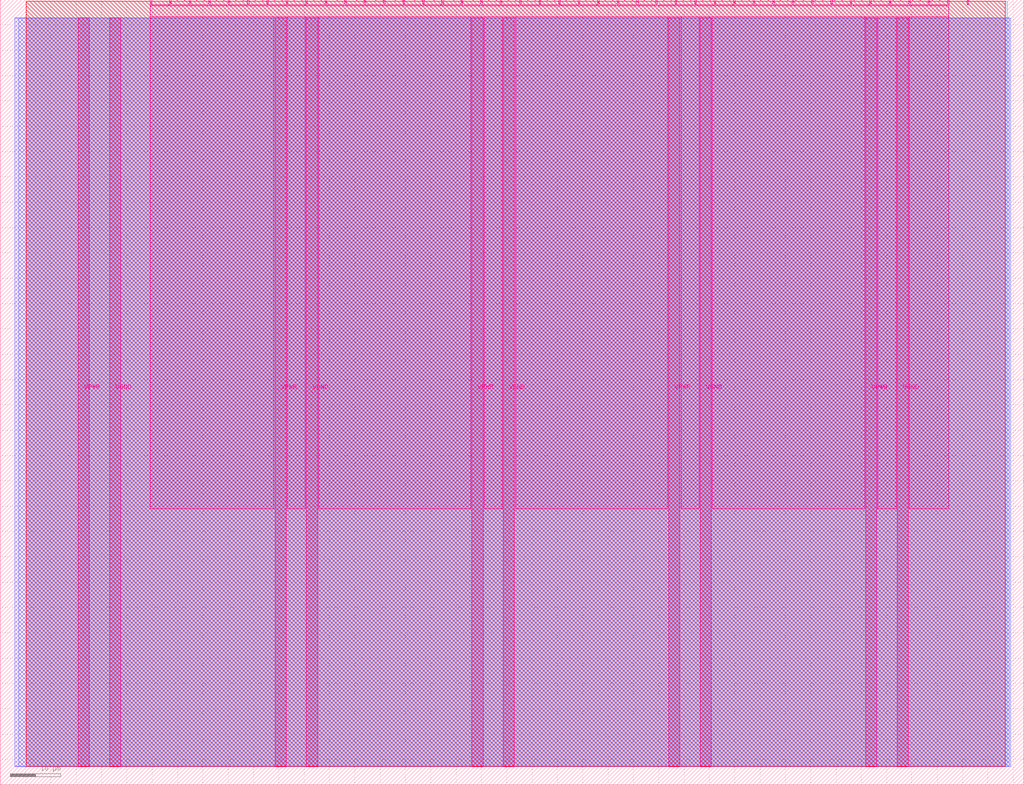
<source format=lef>
VERSION 5.7 ;
  NOWIREEXTENSIONATPIN ON ;
  DIVIDERCHAR "/" ;
  BUSBITCHARS "[]" ;
MACRO tt_um_cejmu
  CLASS BLOCK ;
  FOREIGN tt_um_cejmu ;
  ORIGIN 0.000 0.000 ;
  SIZE 202.080 BY 154.980 ;
  PIN VGND
    DIRECTION INOUT ;
    USE GROUND ;
    PORT
      LAYER Metal5 ;
        RECT 21.580 3.560 23.780 151.420 ;
    END
    PORT
      LAYER Metal5 ;
        RECT 60.450 3.560 62.650 151.420 ;
    END
    PORT
      LAYER Metal5 ;
        RECT 99.320 3.560 101.520 151.420 ;
    END
    PORT
      LAYER Metal5 ;
        RECT 138.190 3.560 140.390 151.420 ;
    END
    PORT
      LAYER Metal5 ;
        RECT 177.060 3.560 179.260 151.420 ;
    END
  END VGND
  PIN VPWR
    DIRECTION INOUT ;
    USE POWER ;
    PORT
      LAYER Metal5 ;
        RECT 15.380 3.560 17.580 151.420 ;
    END
    PORT
      LAYER Metal5 ;
        RECT 54.250 3.560 56.450 151.420 ;
    END
    PORT
      LAYER Metal5 ;
        RECT 93.120 3.560 95.320 151.420 ;
    END
    PORT
      LAYER Metal5 ;
        RECT 131.990 3.560 134.190 151.420 ;
    END
    PORT
      LAYER Metal5 ;
        RECT 170.860 3.560 173.060 151.420 ;
    END
  END VPWR
  PIN clk
    DIRECTION INPUT ;
    USE SIGNAL ;
    ANTENNAGATEAREA 0.213200 ;
    PORT
      LAYER Metal5 ;
        RECT 187.050 153.980 187.350 154.980 ;
    END
  END clk
  PIN ena
    DIRECTION INPUT ;
    USE SIGNAL ;
    PORT
      LAYER Metal5 ;
        RECT 190.890 153.980 191.190 154.980 ;
    END
  END ena
  PIN rst_n
    DIRECTION INPUT ;
    USE SIGNAL ;
    ANTENNAGATEAREA 0.180700 ;
    PORT
      LAYER Metal5 ;
        RECT 183.210 153.980 183.510 154.980 ;
    END
  END rst_n
  PIN ui_in[0]
    DIRECTION INPUT ;
    USE SIGNAL ;
    ANTENNAGATEAREA 0.213200 ;
    PORT
      LAYER Metal5 ;
        RECT 179.370 153.980 179.670 154.980 ;
    END
  END ui_in[0]
  PIN ui_in[1]
    DIRECTION INPUT ;
    USE SIGNAL ;
    ANTENNAGATEAREA 0.213200 ;
    PORT
      LAYER Metal5 ;
        RECT 175.530 153.980 175.830 154.980 ;
    END
  END ui_in[1]
  PIN ui_in[2]
    DIRECTION INPUT ;
    USE SIGNAL ;
    ANTENNAGATEAREA 0.180700 ;
    PORT
      LAYER Metal5 ;
        RECT 171.690 153.980 171.990 154.980 ;
    END
  END ui_in[2]
  PIN ui_in[3]
    DIRECTION INPUT ;
    USE SIGNAL ;
    ANTENNAGATEAREA 0.180700 ;
    PORT
      LAYER Metal5 ;
        RECT 167.850 153.980 168.150 154.980 ;
    END
  END ui_in[3]
  PIN ui_in[4]
    DIRECTION INPUT ;
    USE SIGNAL ;
    ANTENNAGATEAREA 0.180700 ;
    PORT
      LAYER Metal5 ;
        RECT 164.010 153.980 164.310 154.980 ;
    END
  END ui_in[4]
  PIN ui_in[5]
    DIRECTION INPUT ;
    USE SIGNAL ;
    ANTENNAGATEAREA 0.180700 ;
    PORT
      LAYER Metal5 ;
        RECT 160.170 153.980 160.470 154.980 ;
    END
  END ui_in[5]
  PIN ui_in[6]
    DIRECTION INPUT ;
    USE SIGNAL ;
    ANTENNAGATEAREA 0.213200 ;
    PORT
      LAYER Metal5 ;
        RECT 156.330 153.980 156.630 154.980 ;
    END
  END ui_in[6]
  PIN ui_in[7]
    DIRECTION INPUT ;
    USE SIGNAL ;
    ANTENNAGATEAREA 0.180700 ;
    PORT
      LAYER Metal5 ;
        RECT 152.490 153.980 152.790 154.980 ;
    END
  END ui_in[7]
  PIN uio_in[0]
    DIRECTION INPUT ;
    USE SIGNAL ;
    ANTENNAGATEAREA 0.180700 ;
    PORT
      LAYER Metal5 ;
        RECT 148.650 153.980 148.950 154.980 ;
    END
  END uio_in[0]
  PIN uio_in[1]
    DIRECTION INPUT ;
    USE SIGNAL ;
    ANTENNAGATEAREA 0.180700 ;
    PORT
      LAYER Metal5 ;
        RECT 144.810 153.980 145.110 154.980 ;
    END
  END uio_in[1]
  PIN uio_in[2]
    DIRECTION INPUT ;
    USE SIGNAL ;
    ANTENNAGATEAREA 0.213200 ;
    PORT
      LAYER Metal5 ;
        RECT 140.970 153.980 141.270 154.980 ;
    END
  END uio_in[2]
  PIN uio_in[3]
    DIRECTION INPUT ;
    USE SIGNAL ;
    ANTENNAGATEAREA 0.213200 ;
    PORT
      LAYER Metal5 ;
        RECT 137.130 153.980 137.430 154.980 ;
    END
  END uio_in[3]
  PIN uio_in[4]
    DIRECTION INPUT ;
    USE SIGNAL ;
    PORT
      LAYER Metal5 ;
        RECT 133.290 153.980 133.590 154.980 ;
    END
  END uio_in[4]
  PIN uio_in[5]
    DIRECTION INPUT ;
    USE SIGNAL ;
    PORT
      LAYER Metal5 ;
        RECT 129.450 153.980 129.750 154.980 ;
    END
  END uio_in[5]
  PIN uio_in[6]
    DIRECTION INPUT ;
    USE SIGNAL ;
    PORT
      LAYER Metal5 ;
        RECT 125.610 153.980 125.910 154.980 ;
    END
  END uio_in[6]
  PIN uio_in[7]
    DIRECTION INPUT ;
    USE SIGNAL ;
    PORT
      LAYER Metal5 ;
        RECT 121.770 153.980 122.070 154.980 ;
    END
  END uio_in[7]
  PIN uio_oe[0]
    DIRECTION OUTPUT ;
    USE SIGNAL ;
    ANTENNADIFFAREA 0.299200 ;
    PORT
      LAYER Metal5 ;
        RECT 56.490 153.980 56.790 154.980 ;
    END
  END uio_oe[0]
  PIN uio_oe[1]
    DIRECTION OUTPUT ;
    USE SIGNAL ;
    ANTENNADIFFAREA 0.299200 ;
    PORT
      LAYER Metal5 ;
        RECT 52.650 153.980 52.950 154.980 ;
    END
  END uio_oe[1]
  PIN uio_oe[2]
    DIRECTION OUTPUT ;
    USE SIGNAL ;
    ANTENNADIFFAREA 0.299200 ;
    PORT
      LAYER Metal5 ;
        RECT 48.810 153.980 49.110 154.980 ;
    END
  END uio_oe[2]
  PIN uio_oe[3]
    DIRECTION OUTPUT ;
    USE SIGNAL ;
    ANTENNADIFFAREA 0.299200 ;
    PORT
      LAYER Metal5 ;
        RECT 44.970 153.980 45.270 154.980 ;
    END
  END uio_oe[3]
  PIN uio_oe[4]
    DIRECTION OUTPUT ;
    USE SIGNAL ;
    ANTENNADIFFAREA 0.299200 ;
    PORT
      LAYER Metal5 ;
        RECT 41.130 153.980 41.430 154.980 ;
    END
  END uio_oe[4]
  PIN uio_oe[5]
    DIRECTION OUTPUT ;
    USE SIGNAL ;
    ANTENNADIFFAREA 0.299200 ;
    PORT
      LAYER Metal5 ;
        RECT 37.290 153.980 37.590 154.980 ;
    END
  END uio_oe[5]
  PIN uio_oe[6]
    DIRECTION OUTPUT ;
    USE SIGNAL ;
    ANTENNADIFFAREA 0.392700 ;
    PORT
      LAYER Metal5 ;
        RECT 33.450 153.980 33.750 154.980 ;
    END
  END uio_oe[6]
  PIN uio_oe[7]
    DIRECTION OUTPUT ;
    USE SIGNAL ;
    ANTENNADIFFAREA 0.392700 ;
    PORT
      LAYER Metal5 ;
        RECT 29.610 153.980 29.910 154.980 ;
    END
  END uio_oe[7]
  PIN uio_out[0]
    DIRECTION OUTPUT ;
    USE SIGNAL ;
    ANTENNADIFFAREA 0.299200 ;
    PORT
      LAYER Metal5 ;
        RECT 87.210 153.980 87.510 154.980 ;
    END
  END uio_out[0]
  PIN uio_out[1]
    DIRECTION OUTPUT ;
    USE SIGNAL ;
    ANTENNADIFFAREA 0.299200 ;
    PORT
      LAYER Metal5 ;
        RECT 83.370 153.980 83.670 154.980 ;
    END
  END uio_out[1]
  PIN uio_out[2]
    DIRECTION OUTPUT ;
    USE SIGNAL ;
    ANTENNADIFFAREA 0.299200 ;
    PORT
      LAYER Metal5 ;
        RECT 79.530 153.980 79.830 154.980 ;
    END
  END uio_out[2]
  PIN uio_out[3]
    DIRECTION OUTPUT ;
    USE SIGNAL ;
    ANTENNADIFFAREA 0.299200 ;
    PORT
      LAYER Metal5 ;
        RECT 75.690 153.980 75.990 154.980 ;
    END
  END uio_out[3]
  PIN uio_out[4]
    DIRECTION OUTPUT ;
    USE SIGNAL ;
    ANTENNADIFFAREA 0.299200 ;
    PORT
      LAYER Metal5 ;
        RECT 71.850 153.980 72.150 154.980 ;
    END
  END uio_out[4]
  PIN uio_out[5]
    DIRECTION OUTPUT ;
    USE SIGNAL ;
    ANTENNADIFFAREA 0.299200 ;
    PORT
      LAYER Metal5 ;
        RECT 68.010 153.980 68.310 154.980 ;
    END
  END uio_out[5]
  PIN uio_out[6]
    DIRECTION OUTPUT ;
    USE SIGNAL ;
    ANTENNADIFFAREA 0.654800 ;
    PORT
      LAYER Metal5 ;
        RECT 64.170 153.980 64.470 154.980 ;
    END
  END uio_out[6]
  PIN uio_out[7]
    DIRECTION OUTPUT ;
    USE SIGNAL ;
    ANTENNADIFFAREA 0.706800 ;
    PORT
      LAYER Metal5 ;
        RECT 60.330 153.980 60.630 154.980 ;
    END
  END uio_out[7]
  PIN uo_out[0]
    DIRECTION OUTPUT ;
    USE SIGNAL ;
    ANTENNADIFFAREA 0.677200 ;
    PORT
      LAYER Metal5 ;
        RECT 117.930 153.980 118.230 154.980 ;
    END
  END uo_out[0]
  PIN uo_out[1]
    DIRECTION OUTPUT ;
    USE SIGNAL ;
    ANTENNADIFFAREA 0.651000 ;
    PORT
      LAYER Metal5 ;
        RECT 114.090 153.980 114.390 154.980 ;
    END
  END uo_out[1]
  PIN uo_out[2]
    DIRECTION OUTPUT ;
    USE SIGNAL ;
    ANTENNADIFFAREA 0.651000 ;
    PORT
      LAYER Metal5 ;
        RECT 110.250 153.980 110.550 154.980 ;
    END
  END uo_out[2]
  PIN uo_out[3]
    DIRECTION OUTPUT ;
    USE SIGNAL ;
    ANTENNADIFFAREA 0.651000 ;
    PORT
      LAYER Metal5 ;
        RECT 106.410 153.980 106.710 154.980 ;
    END
  END uo_out[3]
  PIN uo_out[4]
    DIRECTION OUTPUT ;
    USE SIGNAL ;
    ANTENNADIFFAREA 0.651000 ;
    PORT
      LAYER Metal5 ;
        RECT 102.570 153.980 102.870 154.980 ;
    END
  END uo_out[4]
  PIN uo_out[5]
    DIRECTION OUTPUT ;
    USE SIGNAL ;
    ANTENNADIFFAREA 0.651000 ;
    PORT
      LAYER Metal5 ;
        RECT 98.730 153.980 99.030 154.980 ;
    END
  END uo_out[5]
  PIN uo_out[6]
    DIRECTION OUTPUT ;
    USE SIGNAL ;
    ANTENNADIFFAREA 0.651000 ;
    PORT
      LAYER Metal5 ;
        RECT 94.890 153.980 95.190 154.980 ;
    END
  END uo_out[6]
  PIN uo_out[7]
    DIRECTION OUTPUT ;
    USE SIGNAL ;
    ANTENNADIFFAREA 0.651000 ;
    PORT
      LAYER Metal5 ;
        RECT 91.050 153.980 91.350 154.980 ;
    END
  END uo_out[7]
  OBS
      LAYER GatPoly ;
        RECT 2.880 3.630 199.200 151.350 ;
      LAYER Metal1 ;
        RECT 2.880 3.560 199.200 151.420 ;
      LAYER Metal2 ;
        RECT 3.650 3.680 199.475 151.300 ;
      LAYER Metal3 ;
        RECT 5.180 3.635 198.820 154.705 ;
      LAYER Metal4 ;
        RECT 5.135 3.680 198.385 154.660 ;
      LAYER Metal5 ;
        RECT 30.120 153.770 33.240 153.980 ;
        RECT 33.960 153.770 37.080 153.980 ;
        RECT 37.800 153.770 40.920 153.980 ;
        RECT 41.640 153.770 44.760 153.980 ;
        RECT 45.480 153.770 48.600 153.980 ;
        RECT 49.320 153.770 52.440 153.980 ;
        RECT 53.160 153.770 56.280 153.980 ;
        RECT 57.000 153.770 60.120 153.980 ;
        RECT 60.840 153.770 63.960 153.980 ;
        RECT 64.680 153.770 67.800 153.980 ;
        RECT 68.520 153.770 71.640 153.980 ;
        RECT 72.360 153.770 75.480 153.980 ;
        RECT 76.200 153.770 79.320 153.980 ;
        RECT 80.040 153.770 83.160 153.980 ;
        RECT 83.880 153.770 87.000 153.980 ;
        RECT 87.720 153.770 90.840 153.980 ;
        RECT 91.560 153.770 94.680 153.980 ;
        RECT 95.400 153.770 98.520 153.980 ;
        RECT 99.240 153.770 102.360 153.980 ;
        RECT 103.080 153.770 106.200 153.980 ;
        RECT 106.920 153.770 110.040 153.980 ;
        RECT 110.760 153.770 113.880 153.980 ;
        RECT 114.600 153.770 117.720 153.980 ;
        RECT 118.440 153.770 121.560 153.980 ;
        RECT 122.280 153.770 125.400 153.980 ;
        RECT 126.120 153.770 129.240 153.980 ;
        RECT 129.960 153.770 133.080 153.980 ;
        RECT 133.800 153.770 136.920 153.980 ;
        RECT 137.640 153.770 140.760 153.980 ;
        RECT 141.480 153.770 144.600 153.980 ;
        RECT 145.320 153.770 148.440 153.980 ;
        RECT 149.160 153.770 152.280 153.980 ;
        RECT 153.000 153.770 156.120 153.980 ;
        RECT 156.840 153.770 159.960 153.980 ;
        RECT 160.680 153.770 163.800 153.980 ;
        RECT 164.520 153.770 167.640 153.980 ;
        RECT 168.360 153.770 171.480 153.980 ;
        RECT 172.200 153.770 175.320 153.980 ;
        RECT 176.040 153.770 179.160 153.980 ;
        RECT 179.880 153.770 183.000 153.980 ;
        RECT 183.720 153.770 186.840 153.980 ;
        RECT 29.660 151.630 187.300 153.770 ;
        RECT 29.660 54.455 54.040 151.630 ;
        RECT 56.660 54.455 60.240 151.630 ;
        RECT 62.860 54.455 92.910 151.630 ;
        RECT 95.530 54.455 99.110 151.630 ;
        RECT 101.730 54.455 131.780 151.630 ;
        RECT 134.400 54.455 137.980 151.630 ;
        RECT 140.600 54.455 170.650 151.630 ;
        RECT 173.270 54.455 176.850 151.630 ;
        RECT 179.470 54.455 187.300 151.630 ;
  END
END tt_um_cejmu
END LIBRARY


</source>
